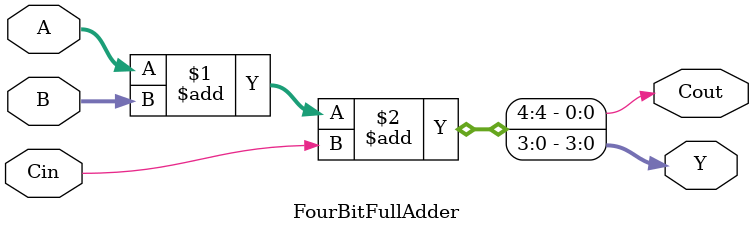
<source format=sv>
`timescale 1ns / 1ps

module FourBitFullAdder(
    input [3:0] A,
    input [3:0] B,
    input Cin,
    output Cout,
    output [3:0] Y
    );
    
    assign #23 {Cout, Y} = A + B + Cin;
endmodule

</source>
